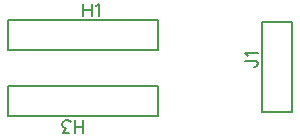
<source format=gto>
G04 Layer: TopSilkLayer*
G04 EasyEDA v6.3.43, 2020-06-01T11:41:27+03:00*
G04 bfb6ac60199344d8a78e771a5d16b29a,e0e0979b075945b6968547163b5211cc,10*
G04 Gerber Generator version 0.2*
G04 Scale: 100 percent, Rotated: No, Reflected: No *
G04 Dimensions in millimeters *
G04 leading zeros omitted , absolute positions ,3 integer and 3 decimal *
%FSLAX33Y33*%
%MOMM*%
G90*
G71D02*

%ADD14C,0.203200*%
%ADD15C,0.202999*%
%ADD16C,0.152400*%

%LPD*%
G54D14*
G01X2286Y14986D02*
G01X381Y14986D01*
G01X381Y12446D01*
G01X13081Y12446D01*
G01X13081Y14986D01*
G54D15*
G01X13081Y14986D02*
G01X2286Y14986D01*
G54D14*
G01X11176Y6858D02*
G01X13081Y6858D01*
G01X13081Y9398D01*
G01X381Y9398D01*
G01X381Y6858D01*
G54D15*
G01X381Y6858D02*
G01X11176Y6858D01*
G54D14*
G01X21844Y9144D02*
G01X21844Y7239D01*
G01X24384Y7239D01*
G01X24384Y14859D01*
G01X21844Y14859D01*
G54D15*
G01X21844Y14859D02*
G01X21844Y9144D01*
G54D16*
G01X6731Y16393D02*
G01X6731Y15303D01*
G01X7457Y16393D02*
G01X7457Y15303D01*
G01X6731Y15875D02*
G01X7457Y15875D01*
G01X7800Y16184D02*
G01X7904Y16238D01*
G01X8061Y16393D01*
G01X8061Y15303D01*
G01X6731Y5450D02*
G01X6731Y6540D01*
G01X6004Y5450D02*
G01X6004Y6540D01*
G01X6731Y5969D02*
G01X6004Y5969D01*
G01X5557Y5450D02*
G01X4986Y5450D01*
G01X5295Y5867D01*
G01X5140Y5867D01*
G01X5036Y5918D01*
G01X4986Y5969D01*
G01X4932Y6126D01*
G01X4932Y6230D01*
G01X4986Y6385D01*
G01X5090Y6489D01*
G01X5245Y6540D01*
G01X5400Y6540D01*
G01X5557Y6489D01*
G01X5608Y6438D01*
G01X5661Y6334D01*
G01X20436Y11569D02*
G01X21267Y11569D01*
G01X21424Y11516D01*
G01X21475Y11465D01*
G01X21526Y11361D01*
G01X21526Y11257D01*
G01X21475Y11153D01*
G01X21424Y11099D01*
G01X21267Y11049D01*
G01X21163Y11049D01*
G01X20645Y11912D02*
G01X20591Y12014D01*
G01X20436Y12171D01*
G01X21526Y12171D01*
M00*
M02*

</source>
